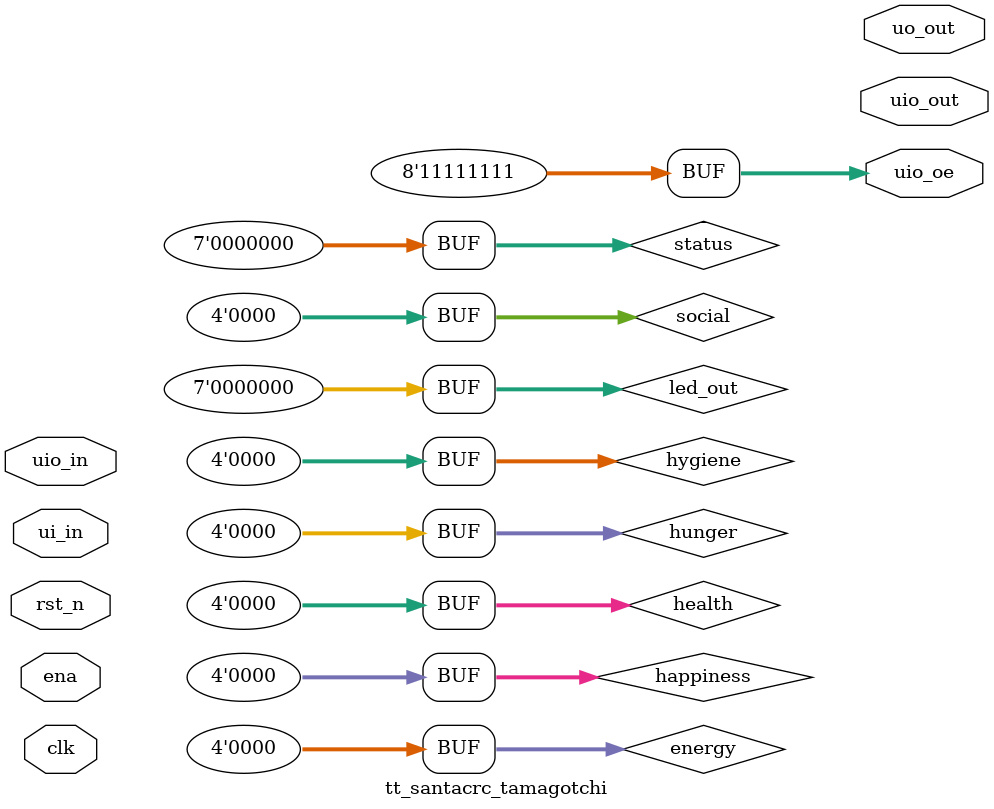
<source format=v>
`default_nettype none

module tt_santacrc_tamagotchi #( parameter MAX_COUNT = 24'd10_000_000 ) (
    input  wire [7:0] ui_in,    // Dedicated inputs - connected to the input switches
    output wire [7:0] uo_out,   // Dedicated outputs - connected to the 7 segment display
    input  wire [7:0] uio_in,   // IOs: Bidirectional Input path
    output wire [7:0] uio_out,  // IOs: Bidirectional Output path
    output wire [7:0] uio_oe,   // IOs: Bidirectional Enable path (active high: 0=input, 1=output)
    input  wire       ena,      // will go high when the design is enabled
    input  wire       clk,      // clock
    input  wire       rst_n     // reset_n - low to reset
);

    wire reset = ! rst_n;
    wire [6:0] led_out;

    // stats registers
    reg [3:0] hunger = 4'd0;
    reg [3:0] happiness = 4'd0;
    reg [3:0] health = 4'd0;
    reg [3:0] hygiene = 4'd0;
    reg [3:0] energy = 4'd0;
    reg [3:0] social = 4'd0;

    // status register
    reg [6:0] status = 7'b0000000;

    // output status to leds
    assign led_out = status;
    

    // use bidirectionals as outputs
    assign uio_oe = 8'b11111111;

    // call stats module
    stats stats(
        .clk(clk),
        .hunger(hunger),
        .happiness(happiness),
        .health(health),
        .hygiene(hygiene),
        .energy(energy),
        .social(social),
        .inputs(ui_in)
    );

    // call states module
    states states(
        .clk(clk),
        .hunger(hunger),
        .happiness(happiness),
        .health(health),
        .hygiene(hygiene),
        .energy(energy),
        .social(social),
        .status(status)
    );    



endmodule

</source>
